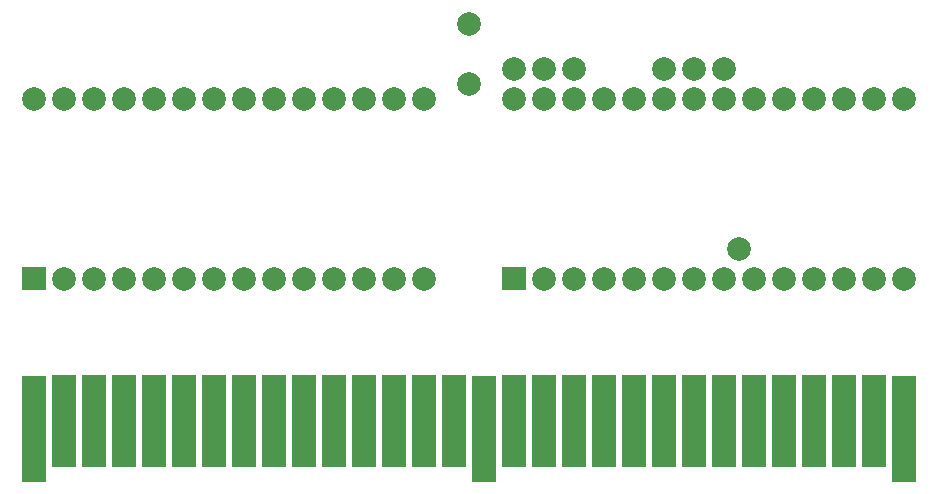
<source format=gbr>
%FSLAX34Y34*%
%MOMM*%
%LNSOLDERMASK_TOP*%
G71*
G01*
%ADD10C,2.000*%
%ADD11R,2.000X9.090*%
%ADD12R,2.000X7.820*%
%LPD*%
G36*
X123350Y187800D02*
X143350Y187800D01*
X143350Y167800D01*
X123350Y167800D01*
X123350Y187800D01*
G37*
X158750Y177800D02*
G54D10*
D03*
X184150Y177800D02*
G54D10*
D03*
X209550Y177800D02*
G54D10*
D03*
X234950Y177800D02*
G54D10*
D03*
X260350Y177800D02*
G54D10*
D03*
X285750Y177800D02*
G54D10*
D03*
X311150Y177800D02*
G54D10*
D03*
X336550Y177800D02*
G54D10*
D03*
X361950Y177800D02*
G54D10*
D03*
X387350Y177800D02*
G54D10*
D03*
X412750Y177800D02*
G54D10*
D03*
X438150Y177800D02*
G54D10*
D03*
X463550Y177800D02*
G54D10*
D03*
X463550Y330200D02*
G54D10*
D03*
X438150Y330200D02*
G54D10*
D03*
X412750Y330200D02*
G54D10*
D03*
X387350Y330200D02*
G54D10*
D03*
X361950Y330200D02*
G54D10*
D03*
X336550Y330200D02*
G54D10*
D03*
X311150Y330200D02*
G54D10*
D03*
X285750Y330200D02*
G54D10*
D03*
X260350Y330200D02*
G54D10*
D03*
X234950Y330200D02*
G54D10*
D03*
X209550Y330200D02*
G54D10*
D03*
X184150Y330200D02*
G54D10*
D03*
X158750Y330200D02*
G54D10*
D03*
X133350Y330200D02*
G54D10*
D03*
G36*
X529750Y187800D02*
X549750Y187800D01*
X549750Y167800D01*
X529750Y167800D01*
X529750Y187800D01*
G37*
X565150Y177800D02*
G54D10*
D03*
X590550Y177800D02*
G54D10*
D03*
X615950Y177800D02*
G54D10*
D03*
X641350Y177800D02*
G54D10*
D03*
X666750Y177800D02*
G54D10*
D03*
X692150Y177800D02*
G54D10*
D03*
X717550Y177800D02*
G54D10*
D03*
X742950Y177800D02*
G54D10*
D03*
X768350Y177800D02*
G54D10*
D03*
X793750Y177800D02*
G54D10*
D03*
X819150Y177800D02*
G54D10*
D03*
X844550Y177800D02*
G54D10*
D03*
X869950Y177800D02*
G54D10*
D03*
X869950Y330200D02*
G54D10*
D03*
X844550Y330200D02*
G54D10*
D03*
X819150Y330200D02*
G54D10*
D03*
X793750Y330200D02*
G54D10*
D03*
X768350Y330200D02*
G54D10*
D03*
X742950Y330200D02*
G54D10*
D03*
X717550Y330200D02*
G54D10*
D03*
X692150Y330200D02*
G54D10*
D03*
X666750Y330200D02*
G54D10*
D03*
X641350Y330200D02*
G54D10*
D03*
X615950Y330200D02*
G54D10*
D03*
X590550Y330200D02*
G54D10*
D03*
X565150Y330200D02*
G54D10*
D03*
X539750Y330200D02*
G54D10*
D03*
X133350Y50800D02*
G54D11*
D03*
X158750Y57150D02*
G54D12*
D03*
X184150Y57150D02*
G54D12*
D03*
X209550Y57150D02*
G54D12*
D03*
X234950Y57150D02*
G54D12*
D03*
X260350Y57150D02*
G54D12*
D03*
X285750Y57150D02*
G54D12*
D03*
X311150Y57150D02*
G54D12*
D03*
X336550Y57150D02*
G54D12*
D03*
X361950Y57150D02*
G54D12*
D03*
X387350Y57150D02*
G54D12*
D03*
X412750Y57150D02*
G54D12*
D03*
X438150Y57150D02*
G54D12*
D03*
X463550Y57150D02*
G54D12*
D03*
X488950Y57150D02*
G54D12*
D03*
X514350Y50800D02*
G54D11*
D03*
X539750Y57150D02*
G54D12*
D03*
X565150Y57150D02*
G54D12*
D03*
X590550Y57150D02*
G54D12*
D03*
X615950Y57150D02*
G54D12*
D03*
X641350Y57150D02*
G54D12*
D03*
X666750Y57150D02*
G54D12*
D03*
X692150Y57150D02*
G54D12*
D03*
X717550Y57150D02*
G54D12*
D03*
X742950Y57150D02*
G54D12*
D03*
X768350Y57150D02*
G54D12*
D03*
X793750Y57150D02*
G54D12*
D03*
X819150Y57150D02*
G54D12*
D03*
X844550Y57150D02*
G54D12*
D03*
X869950Y50800D02*
G54D11*
D03*
X666750Y355600D02*
G54D10*
D03*
X692150Y355600D02*
G54D10*
D03*
X717550Y355600D02*
G54D10*
D03*
X539750Y355600D02*
G54D10*
D03*
X565150Y355600D02*
G54D10*
D03*
X590550Y355600D02*
G54D10*
D03*
X730250Y203200D02*
G54D10*
D03*
X501650Y393700D02*
G54D10*
D03*
X501650Y342900D02*
G54D10*
D03*
M02*

</source>
